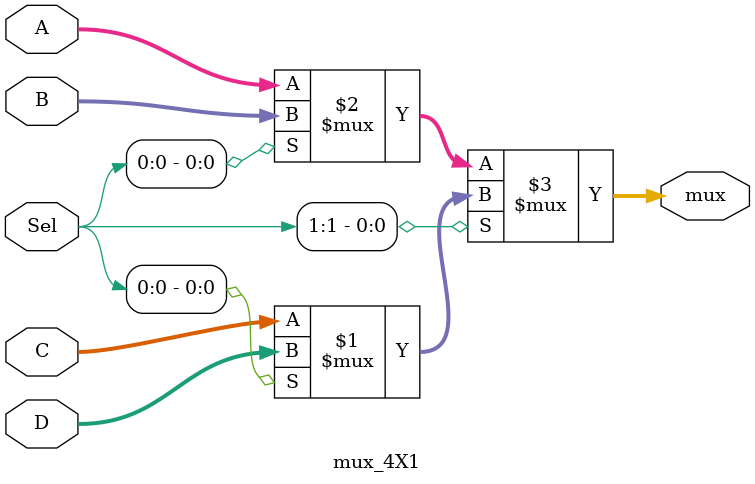
<source format=v>
module mux_4X1 ( input [31:0] A,                 
                         input [31:0] B,                 
                         input [31:0] C,     
						 input [31:0] D,             
                         input [1:0] Sel,               // input sel used to select between a,b,c,d
                         output [31:0] mux);             // 4-bit output based on input sel
   assign mux = Sel[1] ? (Sel[0] ? D : C) : (Sel[0] ? B : A);
endmodule
</source>
